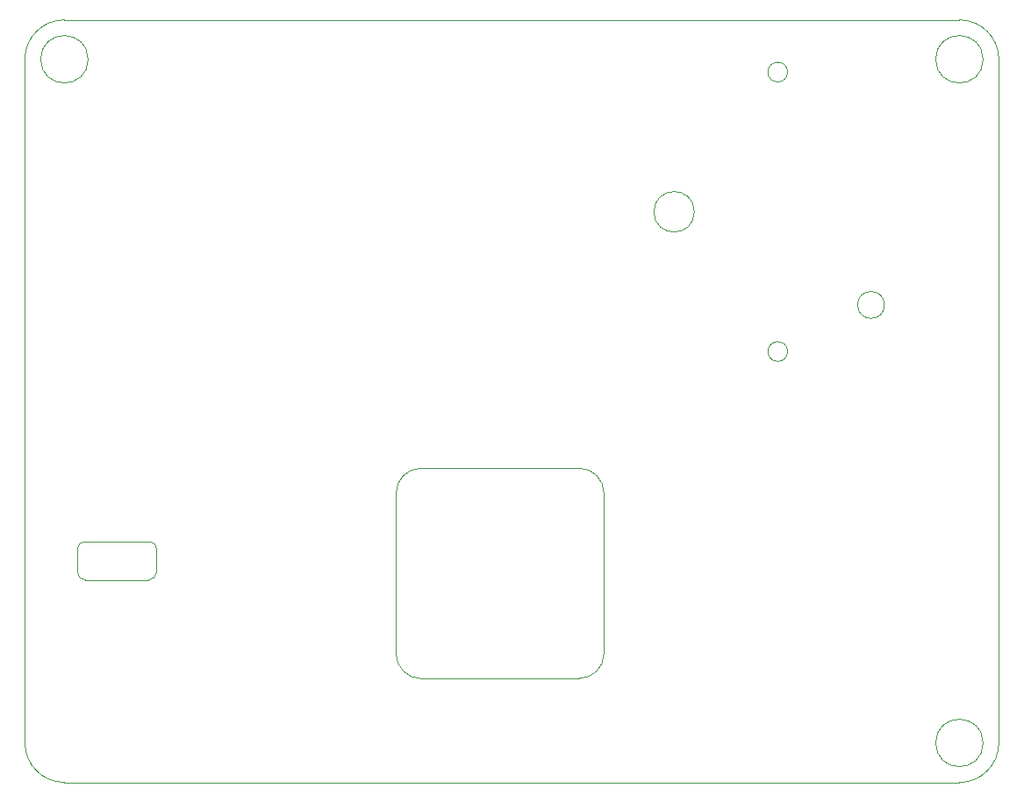
<source format=gbr>
%TF.GenerationSoftware,KiCad,Pcbnew,7.0.10*%
%TF.CreationDate,2024-02-14T22:25:51-08:00*%
%TF.ProjectId,pcb_lab,7063625f-6c61-4622-9e6b-696361645f70,rev?*%
%TF.SameCoordinates,Original*%
%TF.FileFunction,Profile,NP*%
%FSLAX46Y46*%
G04 Gerber Fmt 4.6, Leading zero omitted, Abs format (unit mm)*
G04 Created by KiCad (PCBNEW 7.0.10) date 2024-02-14 22:25:51*
%MOMM*%
%LPD*%
G01*
G04 APERTURE LIST*
%TA.AperFunction,Profile*%
%ADD10C,0.100000*%
%TD*%
%TA.AperFunction,Profile*%
%ADD11C,0.050000*%
%TD*%
G04 APERTURE END LIST*
D10*
X82296000Y-48260000D02*
G75*
G03*
X77724000Y-48260000I-2286000J0D01*
G01*
X77724000Y-48260000D02*
G75*
G03*
X82296000Y-48260000I2286000J0D01*
G01*
X88900000Y-97790000D02*
X88900000Y-95504000D01*
X112014000Y-90170000D02*
X112014000Y-105664000D01*
X132080000Y-90170000D02*
G75*
G03*
X129667000Y-87757000I-2413000J0D01*
G01*
X80010000Y-118110000D02*
X166370000Y-118110000D01*
X112014000Y-105664000D02*
G75*
G03*
X114427000Y-108077000I2413000J0D01*
G01*
X166370000Y-118110000D02*
G75*
G03*
X170180000Y-114300000I0J3810000D01*
G01*
X88265000Y-94869000D02*
X81915000Y-94869000D01*
X170180000Y-48260000D02*
G75*
G03*
X166370000Y-44450000I-3810000J0D01*
G01*
X88900000Y-95504000D02*
G75*
G03*
X88265000Y-94869000I-635000J0D01*
G01*
X81915000Y-94869000D02*
G75*
G03*
X81280000Y-95504000I0J-635000D01*
G01*
X129667000Y-108077000D02*
G75*
G03*
X132080000Y-105664000I0J2413000D01*
G01*
X132080000Y-105664000D02*
X132080000Y-90170000D01*
X80010000Y-44450000D02*
G75*
G03*
X76200000Y-48260000I0J-3810000D01*
G01*
X168656000Y-114300000D02*
G75*
G03*
X164084000Y-114300000I-2286000J0D01*
G01*
X164084000Y-114300000D02*
G75*
G03*
X168656000Y-114300000I2286000J0D01*
G01*
X170180000Y-48260000D02*
X170180000Y-114300000D01*
X76200001Y-114300000D02*
G75*
G03*
X80010000Y-118109999I3837099J27100D01*
G01*
X168656000Y-48260000D02*
G75*
G03*
X164084000Y-48260000I-2286000J0D01*
G01*
X164084000Y-48260000D02*
G75*
G03*
X168656000Y-48260000I2286000J0D01*
G01*
X76200000Y-114300000D02*
X76200000Y-48260000D01*
X80010000Y-44450000D02*
X166370000Y-44450000D01*
X114427000Y-87757000D02*
G75*
G03*
X112014000Y-90170000I0J-2413000D01*
G01*
X88138000Y-98552000D02*
G75*
G03*
X88900000Y-97790000I0J762000D01*
G01*
X81280000Y-97790000D02*
G75*
G03*
X82042000Y-98552000I762000J0D01*
G01*
X81280000Y-95504000D02*
X81280000Y-97790000D01*
X129667000Y-87757000D02*
X114427000Y-87757000D01*
X82042000Y-98552000D02*
X88138000Y-98552000D01*
X114427000Y-108077000D02*
X129667000Y-108077000D01*
D11*
%TO.C,M1*%
X149794000Y-76492000D02*
G75*
G03*
X147894000Y-76492000I-950000J0D01*
G01*
X147894000Y-76492000D02*
G75*
G03*
X149794000Y-76492000I950000J0D01*
G01*
X159144000Y-71992000D02*
G75*
G03*
X156544000Y-71992000I-1300000J0D01*
G01*
X156544000Y-71992000D02*
G75*
G03*
X159144000Y-71992000I1300000J0D01*
G01*
X140794000Y-62992000D02*
G75*
G03*
X136894000Y-62992000I-1950000J0D01*
G01*
X136894000Y-62992000D02*
G75*
G03*
X140794000Y-62992000I1950000J0D01*
G01*
X149794000Y-49492000D02*
G75*
G03*
X147894000Y-49492000I-950000J0D01*
G01*
X147894000Y-49492000D02*
G75*
G03*
X149794000Y-49492000I950000J0D01*
G01*
%TD*%
M02*

</source>
